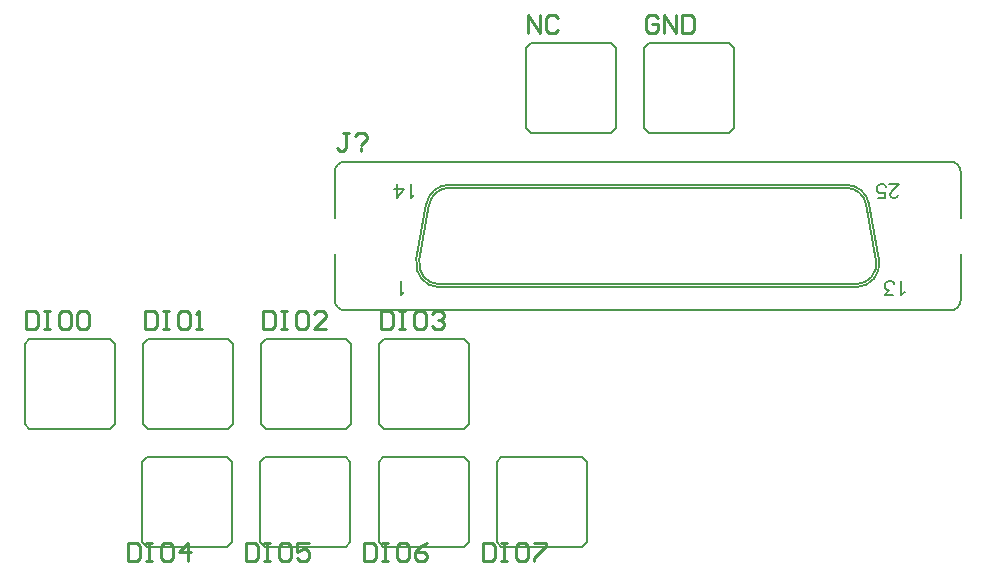
<source format=gto>
G04*
G04 #@! TF.GenerationSoftware,Altium Limited,Altium Designer,19.1.5 (86)*
G04*
G04 Layer_Color=65535*
%FSLAX25Y25*%
%MOIN*%
G70*
G01*
G75*
%ADD10C,0.00787*%
%ADD11C,0.01000*%
D10*
X295155Y-115470D02*
G03*
X288557Y-109934I-6598J-1164D01*
G01*
X291857Y-142034D02*
G03*
X298455Y-134170I0J6700D01*
G01*
X146270D02*
G03*
X152868Y-142034I6598J-1164D01*
G01*
X156168Y-109934D02*
G03*
X149570Y-115470I0J-6700D01*
G01*
X296139Y-115296D02*
G03*
X288557Y-108934I-7583J-1338D01*
G01*
X291857Y-143034D02*
G03*
X299439Y-133996I0J7700D01*
G01*
X145285D02*
G03*
X152868Y-143034I7583J-1338D01*
G01*
X156168Y-108934D02*
G03*
X148585Y-115296I0J-7700D01*
G01*
X323212Y-150784D02*
G03*
X326712Y-147284I0J3500D01*
G01*
Y-104684D02*
G03*
X323212Y-101184I-3500J-0D01*
G01*
X121512Y-101184D02*
G03*
X118012Y-104684I0J-3500D01*
G01*
X118012Y-147284D02*
G03*
X121512Y-150784I3500J0D01*
G01*
X295155Y-115470D02*
X298455Y-134170D01*
X152868Y-142034D02*
X291857D01*
X146270Y-134170D02*
X149570Y-115470D01*
X156168Y-109934D02*
X288557D01*
X296139Y-115296D02*
X299439Y-133996D01*
X152868Y-143034D02*
X291857D01*
X145285Y-133996D02*
X148585Y-115296D01*
X156168Y-108934D02*
X288557D01*
X121512Y-101184D02*
X323212D01*
X121512Y-150784D02*
X323212D01*
X118012Y-147284D02*
Y-131890D01*
X326712Y-147284D02*
Y-131890D01*
Y-120079D02*
Y-104684D01*
X118012Y-120079D02*
Y-104684D01*
X202008Y-227953D02*
Y-201181D01*
X173622Y-229567D02*
X200394D01*
X172008Y-201181D02*
X173622Y-199567D01*
X200394D02*
X202008Y-201181D01*
X172008Y-227953D02*
X173622Y-229567D01*
X172008Y-227953D02*
Y-201181D01*
X200394Y-229567D02*
X202008Y-227953D01*
X173622Y-199567D02*
X200394D01*
X162638Y-227953D02*
Y-201181D01*
X134252Y-229567D02*
X161024D01*
X132638Y-201181D02*
X134252Y-199567D01*
X161024D02*
X162638Y-201181D01*
X132638Y-227953D02*
X134252Y-229567D01*
X132638Y-227953D02*
Y-201181D01*
X161024Y-229567D02*
X162638Y-227953D01*
X134252Y-199567D02*
X161024D01*
X123268Y-227953D02*
Y-201181D01*
X94882Y-229567D02*
X121654D01*
X93268Y-201181D02*
X94882Y-199567D01*
X121654D02*
X123268Y-201181D01*
X93268Y-227953D02*
X94882Y-229567D01*
X93268Y-227953D02*
Y-201181D01*
X121654Y-229567D02*
X123268Y-227953D01*
X94882Y-199567D02*
X121654D01*
X83898Y-227953D02*
Y-201181D01*
X55512Y-229567D02*
X82284D01*
X53898Y-201181D02*
X55512Y-199567D01*
X82284D02*
X83898Y-201181D01*
X53898Y-227953D02*
X55512Y-229567D01*
X53898Y-227953D02*
Y-201181D01*
X82284Y-229567D02*
X83898Y-227953D01*
X55512Y-199567D02*
X82284D01*
X134409Y-160354D02*
X161181D01*
Y-190354D02*
X162795Y-188740D01*
X132795D02*
Y-161968D01*
Y-188740D02*
X134409Y-190354D01*
X161181Y-160354D02*
X162795Y-161968D01*
X132795D02*
X134409Y-160354D01*
Y-190354D02*
X161181D01*
X162795Y-188740D02*
Y-161968D01*
X95039Y-160354D02*
X121811D01*
Y-190354D02*
X123425Y-188740D01*
X93425D02*
Y-161968D01*
Y-188740D02*
X95039Y-190354D01*
X121811Y-160354D02*
X123425Y-161968D01*
X93425D02*
X95039Y-160354D01*
Y-190354D02*
X121811D01*
X123425Y-188740D02*
Y-161968D01*
X55669Y-160354D02*
X82441D01*
Y-190354D02*
X84055Y-188740D01*
X54055D02*
Y-161968D01*
Y-188740D02*
X55669Y-190354D01*
X82441Y-160354D02*
X84055Y-161968D01*
X54055D02*
X55669Y-160354D01*
Y-190354D02*
X82441D01*
X84055Y-188740D02*
Y-161968D01*
X16299Y-160354D02*
X43071D01*
Y-190354D02*
X44685Y-188740D01*
X14685D02*
Y-161968D01*
Y-188740D02*
X16299Y-190354D01*
X43071Y-160354D02*
X44685Y-161968D01*
X14685D02*
X16299Y-160354D01*
Y-190354D02*
X43071D01*
X44685Y-188740D02*
Y-161968D01*
X183465Y-61772D02*
X210236D01*
Y-91772D02*
X211850Y-90157D01*
X181850D02*
Y-63386D01*
Y-90157D02*
X183465Y-91772D01*
X210236Y-61772D02*
X211850Y-63386D01*
X181850D02*
X183465Y-61772D01*
Y-91772D02*
X210236D01*
X211850Y-90157D02*
Y-63386D01*
X222835Y-61772D02*
X249606D01*
Y-91772D02*
X251221Y-90157D01*
X221221D02*
Y-63386D01*
Y-90157D02*
X222835Y-91772D01*
X249606Y-61772D02*
X251221Y-63386D01*
X221221D02*
X222835Y-61772D01*
Y-91772D02*
X249606D01*
X251221Y-90157D02*
Y-63386D01*
X144608Y-112485D02*
X144159Y-112710D01*
X143484Y-113385D01*
Y-108661D01*
X138895Y-113385D02*
X141145Y-110236D01*
X137771D01*
X138895Y-113385D02*
Y-108661D01*
X307994Y-144769D02*
X307544Y-144993D01*
X306870Y-145668D01*
Y-140945D01*
X304081Y-145668D02*
X301606D01*
X302956Y-143869D01*
X302281D01*
X301831Y-143644D01*
X301606Y-143419D01*
X301381Y-142744D01*
Y-142294D01*
X301606Y-141620D01*
X302056Y-141170D01*
X302731Y-140945D01*
X303406D01*
X304081Y-141170D01*
X304306Y-141395D01*
X304530Y-141845D01*
X305801Y-112260D02*
Y-112485D01*
X305576Y-112935D01*
X305351Y-113160D01*
X304901Y-113385D01*
X304001D01*
X303552Y-113160D01*
X303327Y-112935D01*
X303102Y-112485D01*
Y-112035D01*
X303327Y-111585D01*
X303777Y-110911D01*
X306026Y-108661D01*
X302877D01*
X299121Y-113385D02*
X301370D01*
X301595Y-111361D01*
X301370Y-111585D01*
X300695Y-111810D01*
X300020D01*
X299345Y-111585D01*
X298896Y-111136D01*
X298671Y-110461D01*
Y-110011D01*
X298896Y-109336D01*
X299345Y-108886D01*
X300020Y-108661D01*
X300695D01*
X301370Y-108886D01*
X301595Y-109111D01*
X301820Y-109561D01*
X141262Y-144769D02*
X140812Y-144993D01*
X140137Y-145668D01*
Y-140945D01*
D11*
X122663Y-91762D02*
X120664D01*
X121664D01*
Y-96760D01*
X120664Y-97760D01*
X119664D01*
X118665Y-96760D01*
X124663Y-92761D02*
X125662Y-91762D01*
X127662D01*
X128661Y-92761D01*
Y-93761D01*
X126662Y-95761D01*
Y-96760D02*
Y-97760D01*
X182465Y-58360D02*
Y-52362D01*
X186463Y-58360D01*
Y-52362D01*
X192461Y-53361D02*
X191462Y-52362D01*
X189462D01*
X188463Y-53361D01*
Y-57360D01*
X189462Y-58360D01*
X191462D01*
X192461Y-57360D01*
X225778Y-53404D02*
X224779Y-52404D01*
X222779D01*
X221779Y-53404D01*
Y-57403D01*
X222779Y-58402D01*
X224779D01*
X225778Y-57403D01*
Y-55403D01*
X223779D01*
X227778Y-58402D02*
Y-52404D01*
X231776Y-58402D01*
Y-52404D01*
X233776D02*
Y-58402D01*
X236775D01*
X237774Y-57403D01*
Y-53404D01*
X236775Y-52404D01*
X233776D01*
X167323Y-228254D02*
Y-234252D01*
X170322D01*
X171322Y-233252D01*
Y-229254D01*
X170322Y-228254D01*
X167323D01*
X173321D02*
X175320D01*
X174321D01*
Y-234252D01*
X173321D01*
X175320D01*
X181318Y-228254D02*
X179319D01*
X178319Y-229254D01*
Y-233252D01*
X179319Y-234252D01*
X181318D01*
X182318Y-233252D01*
Y-229254D01*
X181318Y-228254D01*
X184317D02*
X188316D01*
Y-229254D01*
X184317Y-233252D01*
Y-234252D01*
X127953Y-228254D02*
Y-234252D01*
X130952D01*
X131951Y-233252D01*
Y-229254D01*
X130952Y-228254D01*
X127953D01*
X133951D02*
X135950D01*
X134950D01*
Y-234252D01*
X133951D01*
X135950D01*
X141948Y-228254D02*
X139949D01*
X138949Y-229254D01*
Y-233252D01*
X139949Y-234252D01*
X141948D01*
X142948Y-233252D01*
Y-229254D01*
X141948Y-228254D01*
X148946D02*
X146947Y-229254D01*
X144947Y-231253D01*
Y-233252D01*
X145947Y-234252D01*
X147946D01*
X148946Y-233252D01*
Y-232253D01*
X147946Y-231253D01*
X144947D01*
X88583Y-228254D02*
Y-234252D01*
X91582D01*
X92581Y-233252D01*
Y-229254D01*
X91582Y-228254D01*
X88583D01*
X94581D02*
X96580D01*
X95580D01*
Y-234252D01*
X94581D01*
X96580D01*
X102578Y-228254D02*
X100579D01*
X99579Y-229254D01*
Y-233252D01*
X100579Y-234252D01*
X102578D01*
X103578Y-233252D01*
Y-229254D01*
X102578Y-228254D01*
X109576D02*
X105577D01*
Y-231253D01*
X107577Y-230253D01*
X108576D01*
X109576Y-231253D01*
Y-233252D01*
X108576Y-234252D01*
X106577D01*
X105577Y-233252D01*
X49213Y-228254D02*
Y-234252D01*
X52212D01*
X53211Y-233252D01*
Y-229254D01*
X52212Y-228254D01*
X49213D01*
X55211D02*
X57210D01*
X56210D01*
Y-234252D01*
X55211D01*
X57210D01*
X63208Y-228254D02*
X61209D01*
X60209Y-229254D01*
Y-233252D01*
X61209Y-234252D01*
X63208D01*
X64208Y-233252D01*
Y-229254D01*
X63208Y-228254D01*
X69206Y-234252D02*
Y-228254D01*
X66207Y-231253D01*
X70206D01*
X133365Y-150962D02*
Y-156960D01*
X136364D01*
X137363Y-155960D01*
Y-151962D01*
X136364Y-150962D01*
X133365D01*
X139363D02*
X141362D01*
X140362D01*
Y-156960D01*
X139363D01*
X141362D01*
X147360Y-150962D02*
X145361D01*
X144361Y-151962D01*
Y-155960D01*
X145361Y-156960D01*
X147360D01*
X148360Y-155960D01*
Y-151962D01*
X147360Y-150962D01*
X150359Y-151962D02*
X151359Y-150962D01*
X153358D01*
X154358Y-151962D01*
Y-152961D01*
X153358Y-153961D01*
X152358D01*
X153358D01*
X154358Y-154961D01*
Y-155960D01*
X153358Y-156960D01*
X151359D01*
X150359Y-155960D01*
X94065Y-150962D02*
Y-156960D01*
X97064D01*
X98063Y-155960D01*
Y-151962D01*
X97064Y-150962D01*
X94065D01*
X100063D02*
X102062D01*
X101062D01*
Y-156960D01*
X100063D01*
X102062D01*
X108060Y-150962D02*
X106061D01*
X105061Y-151962D01*
Y-155960D01*
X106061Y-156960D01*
X108060D01*
X109060Y-155960D01*
Y-151962D01*
X108060Y-150962D01*
X115058Y-156960D02*
X111059D01*
X115058Y-152961D01*
Y-151962D01*
X114058Y-150962D01*
X112059D01*
X111059Y-151962D01*
X54665Y-150962D02*
Y-156960D01*
X57664D01*
X58663Y-155960D01*
Y-151962D01*
X57664Y-150962D01*
X54665D01*
X60663D02*
X62662D01*
X61662D01*
Y-156960D01*
X60663D01*
X62662D01*
X68660Y-150962D02*
X66661D01*
X65661Y-151962D01*
Y-155960D01*
X66661Y-156960D01*
X68660D01*
X69660Y-155960D01*
Y-151962D01*
X68660Y-150962D01*
X71659Y-156960D02*
X73658D01*
X72659D01*
Y-150962D01*
X71659Y-151962D01*
X15265Y-150962D02*
Y-156960D01*
X18264D01*
X19263Y-155960D01*
Y-151962D01*
X18264Y-150962D01*
X15265D01*
X21263D02*
X23262D01*
X22262D01*
Y-156960D01*
X21263D01*
X23262D01*
X29260Y-150962D02*
X27261D01*
X26261Y-151962D01*
Y-155960D01*
X27261Y-156960D01*
X29260D01*
X30260Y-155960D01*
Y-151962D01*
X29260Y-150962D01*
X32259Y-151962D02*
X33259Y-150962D01*
X35258D01*
X36258Y-151962D01*
Y-155960D01*
X35258Y-156960D01*
X33259D01*
X32259Y-155960D01*
Y-151962D01*
M02*

</source>
